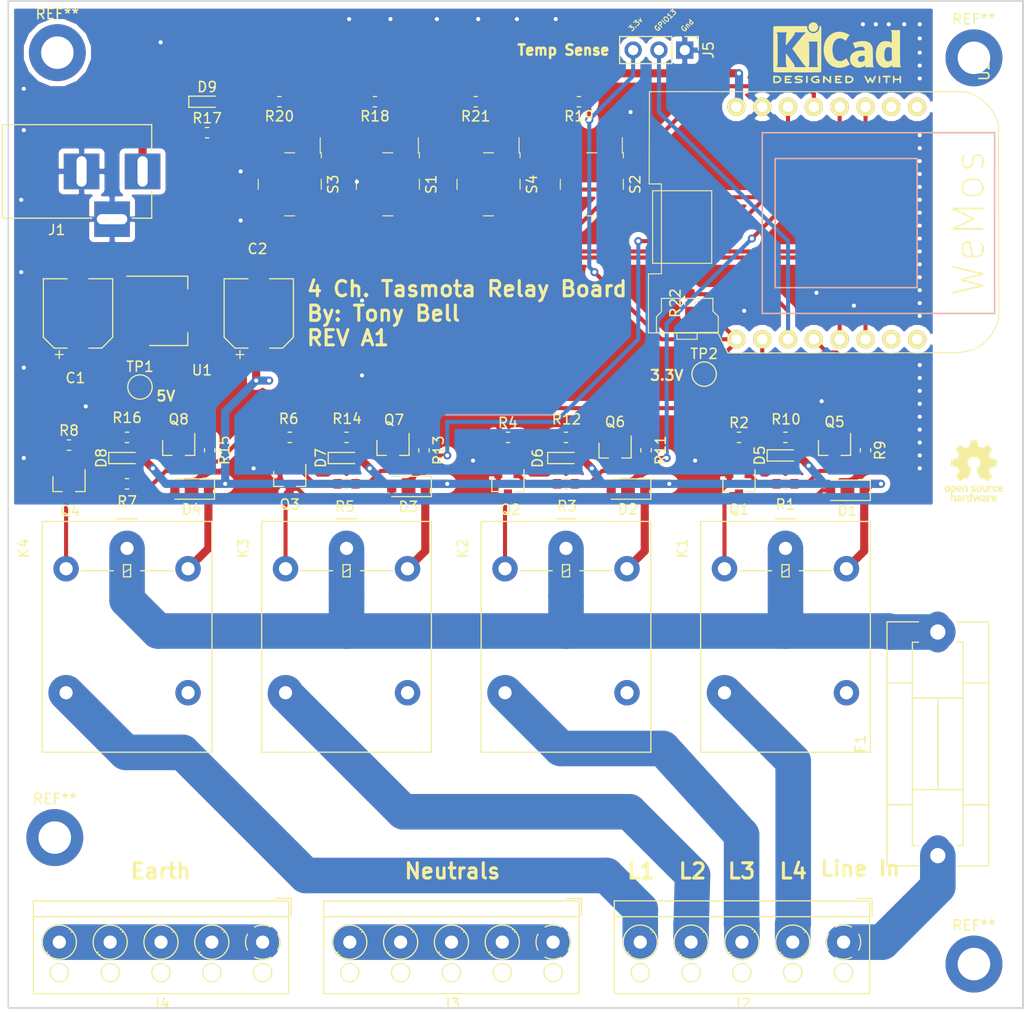
<source format=kicad_pcb>
(kicad_pcb (version 20171130) (host pcbnew "(5.0.0)")
  (layers (0 F.Cu signal) (31 B.Cu signal) (34 B.Paste user) (35 F.Paste user) (36 B.SilkS user) (37 F.SilkS user) (38 B.Mask user) (39 F.Mask user) (44 Edge.Cuts user))
  (net 0 "")
  (net 1 +5V)
  (net 2 GND)
  (net 3 "Net-(D1-Pad2)")
  (net 4 "Net-(Q1-Pad1)")
  (net 5 "Net-(D2-Pad2)")
  (net 6 "Net-(D3-Pad2)")
  (net 7 "Net-(D4-Pad2)")
  (net 8 "Net-(Q2-Pad1)")
  (net 9 "Net-(Q3-Pad1)")
  (net 10 "Net-(Q4-Pad1)")
  (net 11 Relay1)
  (net 12 Relay2)
  (net 13 Relay3)
  (net 14 Relay4)
  (net 15 L1)
  (net 16 LineIN)
  (net 17 L2)
  (net 18 L3)
  (net 19 L4)
  (net 20 Neutral)
  (net 21 Earth)
  (net 22 "Net-(K1-Pad4)")
  (net 23 "Net-(K2-Pad4)")
  (net 24 "Net-(K3-Pad4)")
  (net 25 "Net-(K4-Pad4)")
  (net 26 "Net-(U2-Pad8)")
  (net 27 "Net-(U2-Pad7)")
  (net 28 "Net-(U2-Pad10)")
  (net 29 "Net-(U2-Pad9)")
  (net 30 AC)
  (net 31 "Net-(Q8-Pad1)")
  (net 32 "Net-(D7-Pad1)")
  (net 33 "Net-(Q7-Pad3)")
  (net 34 "Net-(Q8-Pad3)")
  (net 35 "Net-(D8-Pad1)")
  (net 36 "Net-(Q5-Pad1)")
  (net 37 "Net-(Q5-Pad3)")
  (net 38 "Net-(D5-Pad1)")
  (net 39 "Net-(Q6-Pad1)")
  (net 40 "Net-(Q6-Pad3)")
  (net 41 "Net-(D6-Pad1)")
  (net 42 "Net-(Q7-Pad1)")
  (net 43 "Net-(D9-Pad2)")
  (net 44 /DC_IN)
  (net 45 "Net-(R19-Pad2)")
  (net 46 SW2)
  (net 47 SW0)
  (net 48 "Net-(R18-Pad2)")
  (net 49 "Net-(R21-Pad2)")
  (net 50 SW16)
  (net 51 SW14)
  (net 52 "Net-(R20-Pad2)")
  (net 53 +3V3)
  (net 54 OneWire)
  (module Resistor_SMD:R_0603_1608Metric_Pad1.05x0.95mm_HandSolder (layer F.Cu) (at 127 42.418 180)
    (fp_text reference R21 (at 0 -1.43 180) (layer F.SilkS))
    (fp_text value 1K)
    (pad 2 smd roundrect (at 0.875 0 180) (size 1.05 0.95) (layers F.Cu F.Paste F.Mask) (net 49 "Net-(R21-Pad2)"))
    (pad 1 smd roundrect (at -0.875 0 180) (size 1.05 0.95) (layers F.Cu F.Paste F.Mask) (net 53 +3V3))
  )
  (module Resistor_SMD:R_0603_1608Metric_Pad1.05x0.95mm_HandSolder (layer F.Cu) (at 107.696 42.418 180)
    (fp_text reference R20 (at 0 -1.43 180) (layer F.SilkS))
    (fp_text value 1K)
    (pad 1 smd roundrect (at -0.875 0 180) (size 1.05 0.95) (layers F.Cu F.Paste F.Mask) (net 53 +3V3))
    (pad 2 smd roundrect (at 0.875 0 180) (size 1.05 0.95) (layers F.Cu F.Paste F.Mask) (net 52 "Net-(R20-Pad2)"))
  )
  (module Resistor_SMD:R_0603_1608Metric_Pad1.05x0.95mm_HandSolder (layer F.Cu) (at 137.16 42.418 180)
    (fp_text reference R19 (at 0 -1.43 180) (layer F.SilkS))
    (fp_text value 1K)
    (pad 2 smd roundrect (at 0.875 0 180) (size 1.05 0.95) (layers F.Cu F.Paste F.Mask) (net 45 "Net-(R19-Pad2)"))
    (pad 1 smd roundrect (at -0.875 0 180) (size 1.05 0.95) (layers F.Cu F.Paste F.Mask) (net 53 +3V3))
  )
  (module Resistor_SMD:R_0603_1608Metric_Pad1.05x0.95mm_HandSolder (layer F.Cu) (at 117.094 42.418 180)
    (fp_text reference R18 (at 0 -1.43 180) (layer F.SilkS))
    (fp_text value 1K)
    (pad 1 smd roundrect (at -0.875 0 180) (size 1.05 0.95) (layers F.Cu F.Paste F.Mask) (net 53 +3V3))
    (pad 2 smd roundrect (at 0.875 0 180) (size 1.05 0.95) (layers F.Cu F.Paste F.Mask) (net 48 "Net-(R18-Pad2)"))
  )
  (module Resistor_SMD:R_0603_1608Metric_Pad1.05x0.95mm_HandSolder (layer F.Cu) (at 100.584 45.466)
    (fp_text reference R17 (at 0 -1.43) (layer F.SilkS))
    (fp_text value 1K)
    (pad 2 smd roundrect (at 0.875 0) (size 1.05 0.95) (layers F.Cu F.Paste F.Mask) (net 43 "Net-(D9-Pad2)"))
    (pad 1 smd roundrect (at -0.875 0) (size 1.05 0.95) (layers F.Cu F.Paste F.Mask) (net 1 +5V))
  )
  (module Resistor_SMD:R_0603_1608Metric_Pad1.05x0.95mm_HandSolder (layer F.Cu) (at 100.838 76.708 270)
    (fp_text reference R15 (at 0 -1.43 270) (layer F.SilkS))
    (fp_text value 1K)
    (pad 1 smd roundrect (at -0.875 0 270) (size 1.05 0.95) (layers F.Cu F.Paste F.Mask) (net 31 "Net-(Q8-Pad1)"))
    (pad 2 smd roundrect (at 0.875 0 270) (size 1.05 0.95) (layers F.Cu F.Paste F.Mask) (net 14 Relay4))
  )
  (module Resistor_SMD:R_0603_1608Metric_Pad1.05x0.95mm_HandSolder (layer F.Cu) (at 114.3 75.438 180)
    (fp_text reference R14 (at -0.0508 1.8288 180) (layer F.SilkS))
    (fp_text value 1K)
    (pad 2 smd roundrect (at 0.875 0 180) (size 1.05 0.95) (layers F.Cu F.Paste F.Mask) (net 32 "Net-(D7-Pad1)"))
    (pad 1 smd roundrect (at -0.875 0 180) (size 1.05 0.95) (layers F.Cu F.Paste F.Mask) (net 33 "Net-(Q7-Pad3)"))
  )
  (module Resistor_SMD:R_0603_1608Metric_Pad1.05x0.95mm_HandSolder (layer F.Cu) (at 92.71 80.01)
    (fp_text reference R7 (at 0 1.7272) (layer F.SilkS))
    (fp_text value 1K)
    (pad 1 smd roundrect (at -0.875 0) (size 1.05 0.95) (layers F.Cu F.Paste F.Mask) (net 10 "Net-(Q4-Pad1)"))
    (pad 2 smd roundrect (at 0.875 0) (size 1.05 0.95) (layers F.Cu F.Paste F.Mask) (net 14 Relay4))
  )
  (module Resistor_SMD:R_0603_1608Metric_Pad1.05x0.95mm_HandSolder (layer F.Cu) (at 114.3 80.01)
    (fp_text reference R5 (at -0.1524 2.2352) (layer F.SilkS))
    (fp_text value 1K)
    (pad 2 smd roundrect (at 0.875 0) (size 1.05 0.95) (layers F.Cu F.Paste F.Mask) (net 13 Relay3))
    (pad 1 smd roundrect (at -0.875 0) (size 1.05 0.95) (layers F.Cu F.Paste F.Mask) (net 9 "Net-(Q3-Pad1)"))
  )
  (module Resistor_SMD:R_0603_1608Metric_Pad1.05x0.95mm_HandSolder (layer F.Cu) (at 148.082 62.23 90)
    (fp_text reference R22 (at 0 -1.43 90) (layer F.SilkS))
    (fp_text value 4.7K)
    (pad 1 smd roundrect (at -0.875 0 90) (size 1.05 0.95) (layers F.Cu F.Paste F.Mask) (net 53 +3V3))
    (pad 2 smd roundrect (at 0.875 0 90) (size 1.05 0.95) (layers F.Cu F.Paste F.Mask) (net 54 OneWire))
  )
  (module Resistor_SMD:R_0603_1608Metric_Pad1.05x0.95mm_HandSolder (layer F.Cu) (at 108.712 75.438)
    (fp_text reference R6 (at -0.1016 -1.8288) (layer F.SilkS))
    (fp_text value 10K)
    (pad 2 smd roundrect (at 0.875 0) (size 1.05 0.95) (layers F.Cu F.Paste F.Mask) (net 9 "Net-(Q3-Pad1)"))
    (pad 1 smd roundrect (at -0.875 0) (size 1.05 0.95) (layers F.Cu F.Paste F.Mask) (net 2 GND))
  )
  (module Resistor_SMD:R_0603_1608Metric_Pad1.05x0.95mm_HandSolder (layer F.Cu) (at 92.71 75.438 180)
    (fp_text reference R16 (at 0 1.9304 180) (layer F.SilkS))
    (fp_text value 1K)
    (pad 1 smd roundrect (at -0.875 0 180) (size 1.05 0.95) (layers F.Cu F.Paste F.Mask) (net 34 "Net-(Q8-Pad3)"))
    (pad 2 smd roundrect (at 0.875 0 180) (size 1.05 0.95) (layers F.Cu F.Paste F.Mask) (net 35 "Net-(D8-Pad1)"))
  )
  (module Resistor_SMD:R_0603_1608Metric_Pad1.05x0.95mm_HandSolder (layer F.Cu) (at 152.908 75.438)
    (fp_text reference R2 (at 0 -1.43) (layer F.SilkS))
    (fp_text value 10K)
    (pad 2 smd roundrect (at 0.875 0) (size 1.05 0.95) (layers F.Cu F.Paste F.Mask) (net 4 "Net-(Q1-Pad1)"))
    (pad 1 smd roundrect (at -0.875 0) (size 1.05 0.95) (layers F.Cu F.Paste F.Mask) (net 2 GND))
  )
  (module Resistor_SMD:R_0603_1608Metric_Pad1.05x0.95mm_HandSolder (layer F.Cu) (at 157.48 80.01)
    (fp_text reference R1 (at 0 2.032) (layer F.SilkS))
    (fp_text value 1K)
    (pad 1 smd roundrect (at -0.875 0) (size 1.05 0.95) (layers F.Cu F.Paste F.Mask) (net 4 "Net-(Q1-Pad1)"))
    (pad 2 smd roundrect (at 0.875 0) (size 1.05 0.95) (layers F.Cu F.Paste F.Mask) (net 11 Relay1))
  )
  (module Resistor_SMD:R_0603_1608Metric_Pad1.05x0.95mm_HandSolder (layer F.Cu) (at 86.995 76.2)
    (fp_text reference R8 (at 0 -1.43) (layer F.SilkS))
    (fp_text value 10K)
    (pad 2 smd roundrect (at 0.875 0) (size 1.05 0.95) (layers F.Cu F.Paste F.Mask) (net 10 "Net-(Q4-Pad1)"))
    (pad 1 smd roundrect (at -0.875 0) (size 1.05 0.95) (layers F.Cu F.Paste F.Mask) (net 2 GND))
  )
  (module Resistor_SMD:R_0603_1608Metric_Pad1.05x0.95mm_HandSolder (layer F.Cu) (at 165.354 76.708 270)
    (fp_text reference R9 (at 0 -1.43 270) (layer F.SilkS))
    (fp_text value 1K)
    (pad 1 smd roundrect (at -0.875 0 270) (size 1.05 0.95) (layers F.Cu F.Paste F.Mask) (net 36 "Net-(Q5-Pad1)"))
    (pad 2 smd roundrect (at 0.875 0 270) (size 1.05 0.95) (layers F.Cu F.Paste F.Mask) (net 11 Relay1))
  )
  (module Resistor_SMD:R_0603_1608Metric_Pad1.05x0.95mm_HandSolder (layer F.Cu) (at 157.48 75.438 180)
    (fp_text reference R10 (at -0.0508 1.778 180) (layer F.SilkS))
    (fp_text value 1K)
    (pad 2 smd roundrect (at 0.875 0 180) (size 1.05 0.95) (layers F.Cu F.Paste F.Mask) (net 38 "Net-(D5-Pad1)"))
    (pad 1 smd roundrect (at -0.875 0 180) (size 1.05 0.95) (layers F.Cu F.Paste F.Mask) (net 37 "Net-(Q5-Pad3)"))
  )
  (module Resistor_SMD:R_0603_1608Metric_Pad1.05x0.95mm_HandSolder (layer F.Cu) (at 143.764 76.708 270)
    (fp_text reference R11 (at 0 -1.43 270) (layer F.SilkS))
    (fp_text value 1K)
    (pad 1 smd roundrect (at -0.875 0 270) (size 1.05 0.95) (layers F.Cu F.Paste F.Mask) (net 39 "Net-(Q6-Pad1)"))
    (pad 2 smd roundrect (at 0.875 0 270) (size 1.05 0.95) (layers F.Cu F.Paste F.Mask) (net 12 Relay2))
  )
  (module Resistor_SMD:R_0603_1608Metric_Pad1.05x0.95mm_HandSolder (layer F.Cu) (at 135.89 75.438 180)
    (fp_text reference R12 (at -0.0508 1.778 180) (layer F.SilkS))
    (fp_text value 1K)
    (pad 2 smd roundrect (at 0.875 0 180) (size 1.05 0.95) (layers F.Cu F.Paste F.Mask) (net 41 "Net-(D6-Pad1)"))
    (pad 1 smd roundrect (at -0.875 0 180) (size 1.05 0.95) (layers F.Cu F.Paste F.Mask) (net 40 "Net-(Q6-Pad3)"))
  )
  (module Resistor_SMD:R_0603_1608Metric_Pad1.05x0.95mm_HandSolder (layer F.Cu) (at 135.89 80.01)
    (fp_text reference R3 (at 0.1016 2.1844) (layer F.SilkS))
    (fp_text value 1K)
    (pad 1 smd roundrect (at -0.875 0) (size 1.05 0.95) (layers F.Cu F.Paste F.Mask) (net 8 "Net-(Q2-Pad1)"))
    (pad 2 smd roundrect (at 0.875 0) (size 1.05 0.95) (layers F.Cu F.Paste F.Mask) (net 12 Relay2))
  )
  (module Resistor_SMD:R_0603_1608Metric_Pad1.05x0.95mm_HandSolder (layer F.Cu) (at 130.175 75.438)
    (fp_text reference R4 (at 0 -1.43) (layer F.SilkS))
    (fp_text value 10K)
    (pad 2 smd roundrect (at 0.875 0) (size 1.05 0.95) (layers F.Cu F.Paste F.Mask) (net 8 "Net-(Q2-Pad1)"))
    (pad 1 smd roundrect (at -0.875 0) (size 1.05 0.95) (layers F.Cu F.Paste F.Mask) (net 2 GND))
  )
  (module Resistor_SMD:R_0603_1608Metric_Pad1.05x0.95mm_HandSolder (layer F.Cu) (at 121.92 76.708 270)
    (fp_text reference R13 (at 0 -1.43 270) (layer F.SilkS))
    (fp_text value 1K)
    (pad 1 smd roundrect (at -0.875 0 270) (size 1.05 0.95) (layers F.Cu F.Paste F.Mask) (net 42 "Net-(Q7-Pad1)"))
    (pad 2 smd roundrect (at 0.875 0 270) (size 1.05 0.95) (layers F.Cu F.Paste F.Mask) (net 13 Relay3))
  )
  (module Connector_PinHeader_2.54mm:PinHeader_1x03_P2.54mm_Vertical (layer F.Cu) (at 147.574 37.338 270)
    (fp_text reference J5 (at 0 -2.33 270) (layer F.SilkS))
    (fp_text value Conn_01x03_Male)
    (pad 1 thru_hole rect (at 0 0 270) (size 1.7 1.7) (drill 1) (layers *.Cu *.Mask) (net 2 GND))
    (pad 2 thru_hole oval (at 0 2.54 270) (size 1.7 1.7) (drill 1) (layers *.Cu *.Mask) (net 54 OneWire))
    (pad 3 thru_hole oval (at 0 5.08 270) (size 1.7 1.7) (drill 1) (layers *.Cu *.Mask) (net 53 +3V3))
  )
  (module TestPoint:TestPoint_Pad_D2.0mm (layer F.Cu) (at 93.98 70.485)
    (fp_text reference TP1 (at 0 -1.998) (layer F.SilkS))
    (fp_text value 5V)
    (pad 1 smd circle (at 0 0) (size 2 2) (layers F.Cu F.Mask) (net 1 +5V))
  )
  (module TestPoint:TestPoint_Pad_D2.0mm (layer F.Cu) (at 149.479 69.215)
    (fp_text reference TP2 (at 0 -1.998) (layer F.SilkS))
    (fp_text value 3.3V)
    (pad 1 smd circle (at 0 0) (size 2 2) (layers F.Cu F.Mask) (net 53 +3V3))
  )
  (module digikey-footprints:Switch_Tactile_SMD_6x6mm_PTS645 (layer F.Cu) (at 118.364 50.546 270)
    (fp_text reference S1 (at 0 -4.27 270) (layer F.SilkS))
    (fp_text value PTS645SM43SMTR92_LFS)
    (pad 4 smd rect (at 3.975 2.25 270) (size 1.55 1.3) (layers F.Cu F.Paste F.Mask) (net 47 SW0))
    (pad 3 smd rect (at -3.975 2.25 270) (size 1.55 1.3) (layers F.Cu F.Paste F.Mask) (net 48 "Net-(R18-Pad2)"))
    (pad 2 smd rect (at 3.975 -2.25 270) (size 1.55 1.3) (layers F.Cu F.Paste F.Mask) (net 2 GND))
    (pad 1 smd rect (at -3.975 -2.25 270) (size 1.55 1.3) (layers F.Cu F.Paste F.Mask) (net 2 GND))
  )
  (module Diodes_SMD:D_SOD-123 (layer F.Cu) (at 163.576 80.645 180)
    (fp_text reference D1 (at 0 -2 180) (layer F.SilkS))
    (fp_text value 1N4148)
    (pad 1 smd rect (at -1.65 0 180) (size 0.9 1.2) (layers F.Cu F.Paste F.Mask) (net 1 +5V))
    (pad 2 smd rect (at 1.65 0 180) (size 0.9 1.2) (layers F.Cu F.Paste F.Mask) (net 3 "Net-(D1-Pad2)"))
  )
  (module Diodes_SMD:D_SOD-123 (layer F.Cu) (at 141.986 80.518 180)
    (fp_text reference D2 (at 0 -2 180) (layer F.SilkS))
    (fp_text value 1N4148)
    (pad 2 smd rect (at 1.65 0 180) (size 0.9 1.2) (layers F.Cu F.Paste F.Mask) (net 5 "Net-(D2-Pad2)"))
    (pad 1 smd rect (at -1.65 0 180) (size 0.9 1.2) (layers F.Cu F.Paste F.Mask) (net 1 +5V))
  )
  (module Diodes_SMD:D_SOD-123 (layer F.Cu) (at 120.396 80.264 180)
    (fp_text reference D3 (at 0 -2 180) (layer F.SilkS))
    (fp_text value 1N4148)
    (pad 1 smd rect (at -1.65 0 180) (size 0.9 1.2) (layers F.Cu F.Paste F.Mask) (net 1 +5V))
    (pad 2 smd rect (at 1.65 0 180) (size 0.9 1.2) (layers F.Cu F.Paste F.Mask) (net 6 "Net-(D3-Pad2)"))
  )
  (module Diodes_SMD:D_SOD-123 (layer F.Cu) (at 99.06 80.518 180)
    (fp_text reference D4 (at 0 -2 180) (layer F.SilkS))
    (fp_text value 1N4148)
    (pad 2 smd rect (at 1.65 0 180) (size 0.9 1.2) (layers F.Cu F.Paste F.Mask) (net 7 "Net-(D4-Pad2)"))
    (pad 1 smd rect (at -1.65 0 180) (size 0.9 1.2) (layers F.Cu F.Paste F.Mask) (net 1 +5V))
  )
  (module My_Component_Footprints:Wemos_D1_mini_board (layer F.Cu) (at 160.274 54.356 270)
    (fp_text reference U2 (at -14.986 -16.764 270) (layer F.SilkS))
    (fp_text value WeMos_mini)
    (fp_text user WeMos (at 0 -15.24 270) (layer F.SilkS) (effects (font (size 3 3))))
    (pad 8 thru_hole circle (at -11.43 -10.16 270) (size 1.8 1.8) (drill 1.016) (layers *.Cu *.Mask F.SilkS) (net 26 "Net-(U2-Pad8)"))
    (pad 7 thru_hole circle (at -11.43 -7.62 270) (size 1.8 1.8) (drill 1.016) (layers *.Cu *.Mask F.SilkS) (net 27 "Net-(U2-Pad7)"))
    (pad 6 thru_hole circle (at -11.43 -5.08 270) (size 1.8 1.8) (drill 1.016) (layers *.Cu *.Mask F.SilkS) (net 12 Relay2))
    (pad 5 thru_hole circle (at -11.43 -2.54 270) (size 1.8 1.8) (drill 1.016) (layers *.Cu *.Mask F.SilkS) (net 13 Relay3))
    (pad 4 thru_hole circle (at -11.43 0 270) (size 1.8 1.8) (drill 1.016) (layers *.Cu *.Mask F.SilkS) (net 47 SW0))
    (pad 3 thru_hole circle (at -11.43 2.54 270) (size 1.8 1.8) (drill 1.016) (layers *.Cu *.Mask F.SilkS) (net 46 SW2))
    (pad 2 thru_hole circle (at -11.43 5.08 270) (size 1.8 1.8) (drill 1.016) (layers *.Cu *.Mask F.SilkS) (net 2 GND))
    (pad 1 thru_hole circle (at -11.43 7.62 270) (size 1.8 1.8) (drill 1.016) (layers *.Cu *.Mask F.SilkS) (net 1 +5V))
    (pad 16 thru_hole circle (at 11.43 7.62 270) (size 1.8 1.8) (drill 1.016) (layers *.Cu *.Mask F.SilkS) (net 53 +3V3))
    (pad 15 thru_hole circle (at 11.43 5.08 270) (size 1.8 1.8) (drill 1.016) (layers *.Cu *.Mask F.SilkS) (net 14 Relay4))
    (pad 14 thru_hole circle (at 11.43 2.54 270) (size 1.8 1.8) (drill 1.016) (layers *.Cu *.Mask F.SilkS) (net 54 OneWire))
    (pad 13 thru_hole circle (at 11.43 0 270) (size 1.8 1.8) (drill 1.016) (layers *.Cu *.Mask F.SilkS) (net 11 Relay1))
    (pad 12 thru_hole circle (at 11.43 -2.54 270) (size 1.8 1.8) (drill 1.016) (layers *.Cu *.Mask F.SilkS) (net 51 SW14))
    (pad 11 thru_hole circle (at 11.43 -5.08 270) (size 1.8 1.8) (drill 1.016) (layers *.Cu *.Mask F.SilkS) (net 50 SW16))
    (pad 10 thru_hole circle (at 11.43 -7.62 270) (size 1.8 1.8) (drill 1.016) (layers *.Cu *.Mask F.SilkS) (net 28 "Net-(U2-Pad10)"))
    (pad 9 thru_hole circle (at 11.43 -10.16 270) (size 1.8 1.8) (drill 1.016) (layers *.Cu *.Mask F.SilkS) (net 29 "Net-(U2-Pad9)"))
  )
  (module digikey-footprints:Switch_Tactile_SMD_6x6mm_PTS645 (layer F.Cu) (at 108.712 50.546 270)
    (fp_text reference S3 (at 0 -4.27 270) (layer F.SilkS))
    (fp_text value PTS645SM43SMTR92_LFS)
    (pad 4 smd rect (at 3.975 2.25 270) (size 1.55 1.3) (layers F.Cu F.Paste F.Mask) (net 51 SW14))
    (pad 3 smd rect (at -3.975 2.25 270) (size 1.55 1.3) (layers F.Cu F.Paste F.Mask) (net 52 "Net-(R20-Pad2)"))
    (pad 2 smd rect (at 3.975 -2.25 270) (size 1.55 1.3) (layers F.Cu F.Paste F.Mask) (net 2 GND))
    (pad 1 smd rect (at -3.975 -2.25 270) (size 1.55 1.3) (layers F.Cu F.Paste F.Mask) (net 2 GND))
  )
  (module digikey-footprints:Switch_Tactile_SMD_6x6mm_PTS645 (layer F.Cu) (at 128.27 50.546 270)
    (fp_text reference S4 (at 0 -4.27 270) (layer F.SilkS))
    (fp_text value PTS645SM43SMTR92_LFS)
    (pad 1 smd rect (at -3.975 -2.25 270) (size 1.55 1.3) (layers F.Cu F.Paste F.Mask) (net 2 GND))
    (pad 2 smd rect (at 3.975 -2.25 270) (size 1.55 1.3) (layers F.Cu F.Paste F.Mask) (net 2 GND))
    (pad 3 smd rect (at -3.975 2.25 270) (size 1.55 1.3) (layers F.Cu F.Paste F.Mask) (net 49 "Net-(R21-Pad2)"))
    (pad 4 smd rect (at 3.975 2.25 270) (size 1.55 1.3) (layers F.Cu F.Paste F.Mask) (net 50 SW16))
  )
  (module digikey-footprints:Switch_Tactile_SMD_6x6mm_PTS645 (layer F.Cu) (at 138.43 50.546 270)
    (fp_text reference S2 (at 0 -4.27 270) (layer F.SilkS))
    (fp_text value PTS645SM43SMTR92_LFS)
    (pad 1 smd rect (at -3.975 -2.25 270) (size 1.55 1.3) (layers F.Cu F.Paste F.Mask) (net 2 GND))
    (pad 2 smd rect (at 3.975 -2.25 270) (size 1.55 1.3) (layers F.Cu F.Paste F.Mask) (net 2 GND))
    (pad 3 smd rect (at -3.975 2.25 270) (size 1.55 1.3) (layers F.Cu F.Paste F.Mask) (net 45 "Net-(R19-Pad2)"))
    (pad 4 smd rect (at 3.975 2.25 270) (size 1.55 1.3) (layers F.Cu F.Paste F.Mask) (net 46 SW2))
  )
  (module LEDs:LED_0603_HandSoldering (layer F.Cu) (at 157.48 77.216)
    (fp_text reference D5 (at -2.54 0 90) (layer F.SilkS))
    (fp_text value LED)
    (pad 2 smd rect (at 1.1 0) (size 1.2 0.9) (layers F.Cu F.Paste F.Mask) (net 1 +5V))
    (pad 1 smd rect (at -1.1 0) (size 1.2 0.9) (layers F.Cu F.Paste F.Mask) (net 38 "Net-(D5-Pad1)"))
  )
  (module LEDs:LED_0603_HandSoldering (layer F.Cu) (at 135.89 77.47)
    (fp_text reference D6 (at -2.794 0 90) (layer F.SilkS))
    (fp_text value LED)
    (pad 1 smd rect (at -1.1 0) (size 1.2 0.9) (layers F.Cu F.Paste F.Mask) (net 41 "Net-(D6-Pad1)"))
    (pad 2 smd rect (at 1.1 0) (size 1.2 0.9) (layers F.Cu F.Paste F.Mask) (net 1 +5V))
  )
  (module LEDs:LED_0603_HandSoldering (layer F.Cu) (at 114.3 77.47)
    (fp_text reference D7 (at -2.54 0 90) (layer F.SilkS))
    (fp_text value LED)
    (pad 2 smd rect (at 1.1 0) (size 1.2 0.9) (layers F.Cu F.Paste F.Mask) (net 1 +5V))
    (pad 1 smd rect (at -1.1 0) (size 1.2 0.9) (layers F.Cu F.Paste F.Mask) (net 32 "Net-(D7-Pad1)"))
  )
  (module LEDs:LED_0603_HandSoldering (layer F.Cu) (at 92.71 77.47)
    (fp_text reference D8 (at -2.54 0 90) (layer F.SilkS))
    (fp_text value LED)
    (pad 1 smd rect (at -1.1 0) (size 1.2 0.9) (layers F.Cu F.Paste F.Mask) (net 35 "Net-(D8-Pad1)"))
    (pad 2 smd rect (at 1.1 0) (size 1.2 0.9) (layers F.Cu F.Paste F.Mask) (net 1 +5V))
  )
  (module LEDs:LED_0603_HandSoldering (layer F.Cu) (at 100.584 42.418)
    (fp_text reference D9 (at 0 -1.45) (layer F.SilkS))
    (fp_text value LED)
    (pad 2 smd rect (at 1.1 0) (size 1.2 0.9) (layers F.Cu F.Paste F.Mask) (net 43 "Net-(D9-Pad2)"))
    (pad 1 smd rect (at -1.1 0) (size 1.2 0.9) (layers F.Cu F.Paste F.Mask) (net 2 GND))
  )
  (module Fuse_Holders_and_Fuses:Fuseholder5x20_horiz_SemiClosed_Casing10x25mm (layer F.Cu) (at 172.466 116.586 90)
    (fp_text reference F1 (at 11 -7.62 90) (layer F.SilkS))
    (fp_text value "Fuse 5A")
    (pad 2 thru_hole oval (at 22 0) (size 2.5 4) (drill 1.5) (layers *.Cu *.Mask) (net 16 LineIN))
    (pad 1 thru_hole oval (at 0 0) (size 2.5 4) (drill 1.5) (layers *.Cu *.Mask) (net 30 AC))
  )
  (module Connectors:BARREL_JACK (layer F.Cu) (at 94.234 49.276)
    (fp_text reference J1 (at -8.45 5.75 -180) (layer F.SilkS))
    (fp_text value Barrel_Jack_Switch)
    (pad 3 thru_hole rect (at -3 4.7) (size 3.5 3.5) (drill oval 3 1) (layers *.Cu *.Mask) (net 2 GND))
    (pad 2 thru_hole rect (at -6 0) (size 3.5 3.5) (drill oval 1 3) (layers *.Cu *.Mask) (net 2 GND))
    (pad 1 thru_hole rect (at 0 0) (size 3.5 3.5) (drill oval 1 3) (layers *.Cu *.Mask) (net 44 /DC_IN))
  )
  (module Package_TO_SOT_SMD:SOT-23 (layer F.Cu) (at 118.872 76.454 270)
    (fp_text reference Q7 (at -2.7432 -0.1016) (layer F.SilkS))
    (fp_text value 2N7002)
    (pad 3 smd rect (at 1 0 270) (size 0.9 0.8) (layers F.Cu F.Paste F.Mask) (net 33 "Net-(Q7-Pad3)"))
    (pad 2 smd rect (at -1 0.95 270) (size 0.9 0.8) (layers F.Cu F.Paste F.Mask) (net 2 GND))
    (pad 1 smd rect (at -1 -0.95 270) (size 0.9 0.8) (layers F.Cu F.Paste F.Mask) (net 42 "Net-(Q7-Pad1)"))
  )
  (module Package_TO_SOT_SMD:SOT-23 (layer F.Cu) (at 162.306 76.454 270)
    (fp_text reference Q5 (at -2.54 0 180) (layer F.SilkS))
    (fp_text value 2N7002)
    (pad 1 smd rect (at -1 -0.95 270) (size 0.9 0.8) (layers F.Cu F.Paste F.Mask) (net 36 "Net-(Q5-Pad1)"))
    (pad 2 smd rect (at -1 0.95 270) (size 0.9 0.8) (layers F.Cu F.Paste F.Mask) (net 2 GND))
    (pad 3 smd rect (at 1 0 270) (size 0.9 0.8) (layers F.Cu F.Paste F.Mask) (net 37 "Net-(Q5-Pad3)"))
  )
  (module Package_TO_SOT_SMD:SOT-23 (layer F.Cu) (at 140.716 76.708 270)
    (fp_text reference Q6 (at -2.794 0) (layer F.SilkS))
    (fp_text value 2N7002)
    (pad 3 smd rect (at 1 0 270) (size 0.9 0.8) (layers F.Cu F.Paste F.Mask) (net 40 "Net-(Q6-Pad3)"))
    (pad 2 smd rect (at -1 0.95 270) (size 0.9 0.8) (layers F.Cu F.Paste F.Mask) (net 2 GND))
    (pad 1 smd rect (at -1 -0.95 270) (size 0.9 0.8) (layers F.Cu F.Paste F.Mask) (net 39 "Net-(Q6-Pad1)"))
  )
  (module Package_TO_SOT_SMD:SOT-23 (layer F.Cu) (at 97.79 76.454 270)
    (fp_text reference Q8 (at -2.794 0) (layer F.SilkS))
    (fp_text value 2N7002)
    (pad 1 smd rect (at -1 -0.95 270) (size 0.9 0.8) (layers F.Cu F.Paste F.Mask) (net 31 "Net-(Q8-Pad1)"))
    (pad 2 smd rect (at -1 0.95 270) (size 0.9 0.8) (layers F.Cu F.Paste F.Mask) (net 2 GND))
    (pad 3 smd rect (at 1 0 270) (size 0.9 0.8) (layers F.Cu F.Paste F.Mask) (net 34 "Net-(Q8-Pad3)"))
  )
  (module Capacitor_SMD:CP_Elec_6.3x9.9 (layer F.Cu) (at 105.664 63.246 90)
    (fp_text reference C2 (at 6.35 -0.127 180) (layer F.SilkS))
    (fp_text value 22uF)
    (pad 2 smd rect (at 2.8 0 90) (size 3.5 1.6) (layers F.Cu F.Paste F.Mask) (net 2 GND))
    (pad 1 smd rect (at -2.8 0 90) (size 3.5 1.6) (layers F.Cu F.Paste F.Mask) (net 1 +5V))
  )
  (module Capacitor_SMD:CP_Elec_6.3x9.9 (layer F.Cu) (at 87.884 63.246 90)
    (fp_text reference C1 (at -6.35 -0.254 180) (layer F.SilkS))
    (fp_text value 10uF)
    (pad 1 smd rect (at -2.8 0 90) (size 3.5 1.6) (layers F.Cu F.Paste F.Mask) (net 44 /DC_IN))
    (pad 2 smd rect (at 2.8 0 90) (size 3.5 1.6) (layers F.Cu F.Paste F.Mask) (net 2 GND))
  )
  (module Package_TO_SOT_SMD:SOT-23 (layer F.Cu) (at 152.908 80.01 270)
    (fp_text reference Q1 (at 2.54 0) (layer F.SilkS))
    (fp_text value 2N7002)
    (pad 1 smd rect (at -1 -0.95 270) (size 0.9 0.8) (layers F.Cu F.Paste F.Mask) (net 4 "Net-(Q1-Pad1)"))
    (pad 2 smd rect (at -1 0.95 270) (size 0.9 0.8) (layers F.Cu F.Paste F.Mask) (net 2 GND))
    (pad 3 smd rect (at 1 0 270) (size 0.9 0.8) (layers F.Cu F.Paste F.Mask) (net 3 "Net-(D1-Pad2)"))
  )
  (module Package_TO_SOT_SMD:SOT-223-3_TabPin2 (layer F.Cu) (at 96.774 62.992)
    (fp_text reference U1 (at 3.302 5.842) (layer F.SilkS))
    (fp_text value AP1117-15)
    (pad 2 smd rect (at 3.15 0) (size 2 3.8) (layers F.Cu F.Paste F.Mask) (net 1 +5V))
    (pad 2 smd rect (at -3.15 0) (size 2 1.5) (layers F.Cu F.Paste F.Mask) (net 1 +5V))
    (pad 3 smd rect (at -3.15 2.3) (size 2 1.5) (layers F.Cu F.Paste F.Mask) (net 44 /DC_IN))
    (pad 1 smd rect (at -3.15 -2.3) (size 2 1.5) (layers F.Cu F.Paste F.Mask) (net 2 GND))
  )
  (module Relay_THT:Relay_SPDT_Omron-G5LE-1 (layer F.Cu) (at 157.48 86.36)
    (fp_text reference K1 (at -10.16 0 90) (layer F.SilkS))
    (fp_text value G5LE-1)
    (pad 5 thru_hole oval (at 6 2) (size 2.5 2.5) (drill 1.3) (layers *.Cu *.Mask) (net 1 +5V))
    (pad 4 thru_hole oval (at 6 14.2) (size 2.5 2.5) (drill 1.3) (layers *.Cu *.Mask) (net 22 "Net-(K1-Pad4)"))
    (pad 3 thru_hole oval (at -6 14.2) (size 2.5 2.5) (drill 1.3) (layers *.Cu *.Mask) (net 15 L1))
    (pad 2 thru_hole oval (at -6 2) (size 2.5 2.5) (drill 1.3) (layers *.Cu *.Mask) (net 3 "Net-(D1-Pad2)"))
    (pad 1 thru_hole rect (at 0 0) (size 2.5 2.5) (drill 1.3) (layers *.Cu *.Mask) (net 16 LineIN))
  )
  (module Relay_THT:Relay_SPDT_Omron-G5LE-1 (layer F.Cu) (at 135.89 86.36)
    (fp_text reference K2 (at -10.16 0 90) (layer F.SilkS))
    (fp_text value G5LE-1)
    (pad 1 thru_hole rect (at 0 0) (size 2.5 2.5) (drill 1.3) (layers *.Cu *.Mask) (net 16 LineIN))
    (pad 2 thru_hole oval (at -6 2) (size 2.5 2.5) (drill 1.3) (layers *.Cu *.Mask) (net 5 "Net-(D2-Pad2)"))
    (pad 3 thru_hole oval (at -6 14.2) (size 2.5 2.5) (drill 1.3) (layers *.Cu *.Mask) (net 17 L2))
    (pad 4 thru_hole oval (at 6 14.2) (size 2.5 2.5) (drill 1.3) (layers *.Cu *.Mask) (net 23 "Net-(K2-Pad4)"))
    (pad 5 thru_hole oval (at 6 2) (size 2.5 2.5) (drill 1.3) (layers *.Cu *.Mask) (net 1 +5V))
  )
  (module Relay_THT:Relay_SPDT_Omron-G5LE-1 (layer F.Cu) (at 114.3 86.36)
    (fp_text reference K3 (at -10.16 0 90) (layer F.SilkS))
    (fp_text value G5LE-1)
    (pad 5 thru_hole oval (at 6 2) (size 2.5 2.5) (drill 1.3) (layers *.Cu *.Mask) (net 1 +5V))
    (pad 4 thru_hole oval (at 6 14.2) (size 2.5 2.5) (drill 1.3) (layers *.Cu *.Mask) (net 24 "Net-(K3-Pad4)"))
    (pad 3 thru_hole oval (at -6 14.2) (size 2.5 2.5) (drill 1.3) (layers *.Cu *.Mask) (net 18 L3))
    (pad 2 thru_hole oval (at -6 2) (size 2.5 2.5) (drill 1.3) (layers *.Cu *.Mask) (net 6 "Net-(D3-Pad2)"))
    (pad 1 thru_hole rect (at 0 0) (size 2.5 2.5) (drill 1.3) (layers *.Cu *.Mask) (net 16 LineIN))
  )
  (module Relay_THT:Relay_SPDT_Omron-G5LE-1 (layer F.Cu) (at 92.71 86.36)
    (fp_text reference K4 (at -10.16 0 90) (layer F.SilkS))
    (fp_text value G5LE-1)
    (pad 1 thru_hole rect (at 0 0) (size 2.5 2.5) (drill 1.3) (layers *.Cu *.Mask) (net 16 LineIN))
    (pad 2 thru_hole oval (at -6 2) (size 2.5 2.5) (drill 1.3) (layers *.Cu *.Mask) (net 7 "Net-(D4-Pad2)"))
    (pad 3 thru_hole oval (at -6 14.2) (size 2.5 2.5) (drill 1.3) (layers *.Cu *.Mask) (net 19 L4))
    (pad 4 thru_hole oval (at 6 14.2) (size 2.5 2.5) (drill 1.3) (layers *.Cu *.Mask) (net 25 "Net-(K4-Pad4)"))
    (pad 5 thru_hole oval (at 6 2) (size 2.5 2.5) (drill 1.3) (layers *.Cu *.Mask) (net 1 +5V))
  )
  (module Package_TO_SOT_SMD:SOT-23 (layer F.Cu) (at 130.175 80.01 270)
    (fp_text reference Q2 (at 2.54 -0.254) (layer F.SilkS))
    (fp_text value 2N7002)
    (pad 1 smd rect (at -1 -0.95 270) (size 0.9 0.8) (layers F.Cu F.Paste F.Mask) (net 8 "Net-(Q2-Pad1)"))
    (pad 2 smd rect (at -1 0.95 270) (size 0.9 0.8) (layers F.Cu F.Paste F.Mask) (net 2 GND))
    (pad 3 smd rect (at 1 0 270) (size 0.9 0.8) (layers F.Cu F.Paste F.Mask) (net 5 "Net-(D2-Pad2)"))
  )
  (module Package_TO_SOT_SMD:SOT-23 (layer F.Cu) (at 108.712 79.502 270)
    (fp_text reference Q3 (at 2.54 0) (layer F.SilkS))
    (fp_text value 2N7002)
    (pad 3 smd rect (at 1 0 270) (size 0.9 0.8) (layers F.Cu F.Paste F.Mask) (net 6 "Net-(D3-Pad2)"))
    (pad 2 smd rect (at -1 0.95 270) (size 0.9 0.8) (layers F.Cu F.Paste F.Mask) (net 2 GND))
    (pad 1 smd rect (at -1 -0.95 270) (size 0.9 0.8) (layers F.Cu F.Paste F.Mask) (net 9 "Net-(Q3-Pad1)"))
  )
  (module Package_TO_SOT_SMD:SOT-23 (layer F.Cu) (at 86.995 80.01 270)
    (fp_text reference Q4 (at 2.667 -0.127) (layer F.SilkS))
    (fp_text value 2N7002)
    (pad 1 smd rect (at -1 -0.95 270) (size 0.9 0.8) (layers F.Cu F.Paste F.Mask) (net 10 "Net-(Q4-Pad1)"))
    (pad 2 smd rect (at -1 0.95 270) (size 0.9 0.8) (layers F.Cu F.Paste F.Mask) (net 2 GND))
    (pad 3 smd rect (at 1 0 270) (size 0.9 0.8) (layers F.Cu F.Paste F.Mask) (net 7 "Net-(D4-Pad2)"))
  )
  (module TerminalBlock_RND:TerminalBlock_RND_205-00004_1x05_P5.00mm_Horizontal (layer F.Cu) (at 163.195 125.095 180)
    (fp_text reference J2 (at 10 -6.06 180) (layer F.SilkS))
    (fp_text value Live)
    (pad 1 thru_hole rect (at 0 0 180) (size 2.5 2.5) (drill 1.3) (layers *.Cu *.Mask) (net 30 AC))
    (pad 2 thru_hole circle (at 5 0 180) (size 2.5 2.5) (drill 1.3) (layers *.Cu *.Mask) (net 15 L1))
    (pad 3 thru_hole circle (at 10 0 180) (size 2.5 2.5) (drill 1.3) (layers *.Cu *.Mask) (net 17 L2))
    (pad 4 thru_hole circle (at 15 0 180) (size 2.5 2.5) (drill 1.3) (layers *.Cu *.Mask) (net 18 L3))
    (pad 5 thru_hole circle (at 20 0 180) (size 2.5 2.5) (drill 1.3) (layers *.Cu *.Mask) (net 19 L4))
  )
  (module TerminalBlock_RND:TerminalBlock_RND_205-00004_1x05_P5.00mm_Horizontal (layer F.Cu) (at 134.62 125.095 180)
    (fp_text reference J3 (at 10 -6.06 180) (layer F.SilkS))
    (fp_text value Neutrals)
    (pad 5 thru_hole circle (at 20 0 180) (size 2.5 2.5) (drill 1.3) (layers *.Cu *.Mask) (net 20 Neutral))
    (pad 4 thru_hole circle (at 15 0 180) (size 2.5 2.5) (drill 1.3) (layers *.Cu *.Mask) (net 20 Neutral))
    (pad 3 thru_hole circle (at 10 0 180) (size 2.5 2.5) (drill 1.3) (layers *.Cu *.Mask) (net 20 Neutral))
    (pad 2 thru_hole circle (at 5 0 180) (size 2.5 2.5) (drill 1.3) (layers *.Cu *.Mask) (net 20 Neutral))
    (pad 1 thru_hole rect (at 0 0 180) (size 2.5 2.5) (drill 1.3) (layers *.Cu *.Mask) (net 20 Neutral))
  )
  (module TerminalBlock_RND:TerminalBlock_RND_205-00004_1x05_P5.00mm_Horizontal (layer F.Cu) (at 106.045 125.095 180)
    (fp_text reference J4 (at 10 -6.06 180) (layer F.SilkS))
    (fp_text value Earths)
    (pad 1 thru_hole rect (at 0 0 180) (size 2.5 2.5) (drill 1.3) (layers *.Cu *.Mask) (net 21 Earth))
    (pad 2 thru_hole circle (at 5 0 180) (size 2.5 2.5) (drill 1.3) (layers *.Cu *.Mask) (net 21 Earth))
    (pad 3 thru_hole circle (at 10 0 180) (size 2.5 2.5) (drill 1.3) (layers *.Cu *.Mask) (net 21 Earth))
    (pad 4 thru_hole circle (at 15 0 180) (size 2.5 2.5) (drill 1.3) (layers *.Cu *.Mask) (net 21 Earth))
    (pad 5 thru_hole circle (at 20 0 180) (size 2.5 2.5) (drill 1.3) (layers *.Cu *.Mask) (net 21 Earth))
  )
  (module Symbol:OSHW-Logo_5.7x6mm_SilkScreen (layer F.Cu) (at 176.022 78.74)
    (fp_text reference REF** hide)
    (fp_text value OSHW-Logo_5.7x6mm_SilkScreen hide)
  )
  (module Symbol:KiCad-Logo2_6mm_SilkScreen (layer F.Cu) (at 162.56 37.592)
    (fp_text reference REF** hide)
    (fp_text value KiCad-Logo2_6mm_SilkScreen hide)
  )
  (module MountingHole:MountingHole_3.2mm_M3_DIN965_Pad (layer F.Cu) (at 85.852 37.592)
    (fp_text reference REF** (at 0 -3.8) (layer F.SilkS))
    (fp_text value MountingHole_3.2mm_M3_DIN965_Pad)
    (pad 1 thru_hole circle (at 0 0) (size 5.6 5.6) (drill 3.2) (layers *.Cu *.Mask))
  )
  (module MountingHole:MountingHole_3.2mm_M3_DIN965_Pad (layer F.Cu) (at 176.022 38.1)
    (fp_text reference REF** (at 0 -3.8) (layer F.SilkS))
    (fp_text value MountingHole_3.2mm_M3_DIN965_Pad)
    (pad 1 thru_hole circle (at 0 0) (size 5.6 5.6) (drill 3.2) (layers *.Cu *.Mask))
  )
  (module MountingHole:MountingHole_3.2mm_M3_DIN965_Pad (layer F.Cu) (at 176.022 127.254)
    (fp_text reference REF** (at 0 -3.8) (layer F.SilkS))
    (fp_text value MountingHole_3.2mm_M3_DIN965_Pad)
    (pad 1 thru_hole circle (at 0 0) (size 5.6 5.6) (drill 3.2) (layers *.Cu *.Mask))
  )
  (module MountingHole:MountingHole_3.2mm_M3_DIN965_Pad (layer F.Cu) (at 85.598 114.808)
    (fp_text reference REF** (at 0 -3.8) (layer F.SilkS))
    (fp_text value MountingHole_3.2mm_M3_DIN965_Pad)
    (pad 1 thru_hole circle (at 0 0) (size 5.6 5.6) (drill 3.2) (layers *.Cu *.Mask))
  )
  (gr_line (start 81.026 131.572) (end 180.848 131.572) (layer Edge.Cuts) (width 0.15))
  (gr_line (start 180.848 32.512) (end 180.848 131.572) (layer Edge.Cuts) (width 0.2))
  (gr_text "3.3V\n" (at 145.796 69.342) (layer F.SilkS) (effects (font (size 1 1) (thickness 0.2))))
  (gr_text 5V (at 96.52 71.374) (layer F.SilkS) (effects (font (size 1 1) (thickness 0.2))))
  (gr_text GPIO13 (at 145.669 34.417 45) (layer F.SilkS) (effects (font (size 0.5 0.5) (thickness 0.1))))
  (gr_text Gnd (at 147.828 34.925 45) (layer F.SilkS) (effects (font (size 0.5 0.5) (thickness 0.1))))
  (gr_text 3.3v (at 142.748 34.798 45) (layer F.SilkS) (effects (font (size 0.5 0.5) (thickness 0.1))))
  (gr_text "Temp Sense" (at 135.636 37.338) (layer F.SilkS) (effects (font (size 1 1) (thickness 0.25))))
  (gr_line (start 81.026 32.512) (end 81.026 131.572) (layer Edge.Cuts) (width 0.15))
  (gr_text "Line In" (at 164.846 117.856) (layer F.SilkS) (effects (font (size 1.5 1.5) (thickness 0.3))))
  (gr_text L4 (at 158.242 118.11) (layer F.SilkS) (effects (font (size 1.5 1.5) (thickness 0.3))))
  (gr_text L3 (at 153.162 118.11) (layer F.SilkS) (effects (font (size 1.5 1.5) (thickness 0.3))))
  (gr_text L2 (at 148.336 118.11) (layer F.SilkS) (effects (font (size 1.5 1.5) (thickness 0.3))))
  (gr_text L1 (at 143.256 118.11) (layer F.SilkS) (effects (font (size 1.5 1.5) (thickness 0.3))))
  (gr_text Neutrals (at 124.714 118.11) (layer F.SilkS) (effects (font (size 1.5 1.5) (thickness 0.3))))
  (gr_text Earth (at 96.012 118.11) (layer F.SilkS) (effects (font (size 1.5 1.5) (thickness 0.3))))
  (gr_text "4 Ch. Tasmota Relay Board\nBy: Tony Bell\nREV A1" (at 110.236 63.246) (layer F.SilkS) (effects (font (size 1.5 1.5) (thickness 0.3)) (justify left)))
  (gr_line (start 81.026 32.512) (end 180.848 32.512) (layer Edge.Cuts) (width 0.15))
  (segment (start 99.2125 87.8575) (end 98.71 88.36) (width 0.8) (layer F.Cu) (net 1))
  (segment (start 120.1675 88.2275) (end 120.3 88.36) (width 0.8) (layer F.Cu) (net 1))
  (segment (start 141.7575 88.2275) (end 141.89 88.36) (width 0.8) (layer F.Cu) (net 1))
  (segment (start 146.05 80.01) (end 146.05 80.01) (width 0.8) (layer B.Cu) (net 1))
  (via (at 146.05 80.01) (size 0.8) (drill 0.4) (layers F.Cu B.Cu) (net 1))
  (segment (start 102.362 80.01) (end 102.362 80.01) (width 0.8) (layer B.Cu) (net 1))
  (via (at 102.362 80.01) (size 0.8) (drill 0.4) (layers F.Cu B.Cu) (net 1))
  (via (at 159.766 78.232) (size 0.8) (drill 0.4) (layers F.Cu B.Cu) (net 1))
  (segment (start 158.75 77.216) (end 159.766 78.232) (width 0.8) (layer F.Cu) (net 1))
  (segment (start 158.58 77.216) (end 158.75 77.216) (width 0.8) (layer F.Cu) (net 1))
  (via (at 138.43 78.486) (size 0.8) (drill 0.4) (layers F.Cu B.Cu) (net 1))
  (segment (start 139.446 80.01) (end 146.05 80.01) (width 0.8) (layer B.Cu) (net 1))
  (segment (start 138.43 78.486) (end 139.446 80.01) (width 0.8) (layer B.Cu) (net 1))
  (segment (start 137.414 77.47) (end 138.43 78.486) (width 0.8) (layer F.Cu) (net 1))
  (segment (start 136.99 77.47) (end 137.414 77.47) (width 0.8) (layer F.Cu) (net 1))
  (via (at 116.586 78.486) (size 0.8) (drill 0.4) (layers F.Cu B.Cu) (net 1))
  (segment (start 115.57 77.47) (end 116.586 78.486) (width 0.8) (layer F.Cu) (net 1))
  (segment (start 115.4 77.47) (end 115.57 77.47) (width 0.8) (layer F.Cu) (net 1))
  (via (at 95.25 78.486) (size 0.8) (drill 0.4) (layers F.Cu B.Cu) (net 1))
  (segment (start 96.52 80.01) (end 102.362 80.01) (width 0.8) (layer B.Cu) (net 1))
  (segment (start 95.25 78.486) (end 96.52 80.01) (width 0.8) (layer B.Cu) (net 1))
  (segment (start 94.234 77.47) (end 95.25 78.486) (width 0.8) (layer F.Cu) (net 1))
  (segment (start 93.81 77.47) (end 94.234 77.47) (width 0.8) (layer F.Cu) (net 1))
  (segment (start 100.71 86.36) (end 100.71 80.518) (width 0.8) (layer F.Cu) (net 1))
  (segment (start 98.71 88.36) (end 100.71 86.36) (width 0.8) (layer F.Cu) (net 1))
  (segment (start 101.218 80.01) (end 100.71 80.518) (width 0.8) (layer F.Cu) (net 1))
  (segment (start 102.362 80.01) (end 101.218 80.01) (width 0.8) (layer F.Cu) (net 1))
  (via (at 124.206 80.01) (size 0.8) (drill 0.4) (layers F.Cu B.Cu) (net 1))
  (segment (start 118.11 80.01) (end 116.586 78.486) (width 0.8) (layer B.Cu) (net 1))
  (segment (start 124.206 80.01) (end 118.11 80.01) (width 0.8) (layer B.Cu) (net 1))
  (segment (start 124.46 80.01) (end 146.05 80.01) (width 0.8) (layer B.Cu) (net 1))
  (segment (start 124.206 80.01) (end 124.46 80.01) (width 0.8) (layer B.Cu) (net 1))
  (segment (start 102.362 80.01) (end 124.206 80.01) (width 0.8) (layer B.Cu) (net 1))
  (segment (start 122.3 80.01) (end 122.046 80.264) (width 0.8) (layer F.Cu) (net 1))
  (segment (start 124.206 80.01) (end 122.3 80.01) (width 0.8) (layer F.Cu) (net 1))
  (segment (start 122.046 86.614) (end 120.3 88.36) (width 0.8) (layer F.Cu) (net 1))
  (segment (start 122.046 80.264) (end 122.046 86.614) (width 0.8) (layer F.Cu) (net 1))
  (segment (start 144.144 80.01) (end 143.636 80.518) (width 0.8) (layer F.Cu) (net 1))
  (segment (start 146.05 80.01) (end 144.144 80.01) (width 0.8) (layer F.Cu) (net 1))
  (segment (start 143.636 86.614) (end 141.89 88.36) (width 0.8) (layer F.Cu) (net 1))
  (segment (start 143.636 80.518) (end 143.636 86.614) (width 0.8) (layer F.Cu) (net 1))
  (segment (start 161.29 80.01) (end 159.766 78.232) (width 0.8) (layer B.Cu) (net 1))
  (segment (start 165.226 86.614) (end 163.48 88.36) (width 0.8) (layer F.Cu) (net 1))
  (segment (start 165.226 80.645) (end 165.226 86.614) (width 0.8) (layer F.Cu) (net 1))
  (segment (start 102.978 66.046) (end 99.924 62.992) (width 0.8) (layer F.Cu) (net 1))
  (segment (start 105.664 66.046) (end 102.978 66.046) (width 0.8) (layer F.Cu) (net 1))
  (segment (start 93.624 62.992) (end 99.924 62.992) (width 0.8) (layer F.Cu) (net 1))
  (segment (start 99.484 62.552) (end 99.924 62.992) (width 0.8) (layer F.Cu) (net 1))
  (via (at 105.41 69.85) (size 0.8) (drill 0.4) (layers F.Cu B.Cu) (net 1))
  (segment (start 102.362 80.01) (end 102.362 72.898) (width 0.8) (layer B.Cu) (net 1))
  (segment (start 102.362 72.898) (end 105.41 69.85) (width 0.8) (layer B.Cu) (net 1))
  (segment (start 105.41 66.3) (end 105.664 66.046) (width 0.8) (layer F.Cu) (net 1))
  (segment (start 105.41 69.85) (end 105.41 66.3) (width 0.8) (layer F.Cu) (net 1))
  (segment (start 99.484 45.466) (end 99.484 56.896) (width 0.8) (layer F.Cu) (net 1))
  (segment (start 99.484 56.896) (end 99.484 62.552) (width 0.8) (layer F.Cu) (net 1))
  (via (at 166.878 80.01) (size 0.8) (drill 0.4) (layers F.Cu B.Cu) (net 1))
  (segment (start 146.05 80.01) (end 166.878 80.01) (width 0.8) (layer B.Cu) (net 1))
  (segment (start 165.861 80.01) (end 165.226 80.645) (width 0.8) (layer F.Cu) (net 1))
  (segment (start 166.878 80.01) (end 165.861 80.01) (width 0.8) (layer F.Cu) (net 1))
  (segment (start 98.084 45.466) (end 96.774 44.156) (width 0.8) (layer F.Cu) (net 1))
  (segment (start 99.484 45.466) (end 98.084 45.466) (width 0.8) (layer F.Cu) (net 1))
  (segment (start 96.774 44.156) (end 96.774 40.894) (width 0.8) (layer F.Cu) (net 1))
  (segment (start 96.774 40.894) (end 98.044 39.624) (width 0.8) (layer F.Cu) (net 1))
  (via (at 152.908 39.624) (size 0.8) (drill 0.4) (layers F.Cu B.Cu) (net 1))
  (segment (start 98.044 39.624) (end 152.908 39.624) (width 0.8) (layer F.Cu) (net 1))
  (segment (start 152.908 42.672) (end 152.654 42.926) (width 0.8) (layer B.Cu) (net 1))
  (segment (start 152.908 39.624) (end 152.908 42.672) (width 0.8) (layer B.Cu) (net 1))
  (via (at 106.68 69.85) (size 0.8) (drill 0.4) (layers F.Cu B.Cu) (net 1))
  (segment (start 106.68 69.85) (end 105.41 69.85) (width 0.8) (layer B.Cu) (net 1))
  (segment (start 99.924 64.541) (end 99.924 62.992) (width 0.8) (layer F.Cu) (net 1))
  (segment (start 93.98 70.485) (end 99.924 64.541) (width 0.8) (layer F.Cu) (net 1))
  (via (at 148.59 77.724) (size 0.8) (drill 0.4) (layers F.Cu B.Cu) (net 2))
  (via (at 126.746 77.724) (size 0.8) (drill 0.4) (layers F.Cu B.Cu) (net 2))
  (via (at 105.156 78.486) (size 0.8) (drill 0.4) (layers F.Cu B.Cu) (net 2))
  (via (at 103.886 54.102) (size 0.8) (drill 0.4) (layers F.Cu B.Cu) (net 2))
  (via (at 88.646 72.39) (size 0.8) (drill 0.4) (layers F.Cu B.Cu) (net 2))
  (via (at 115.824 61.976) (size 0.8) (drill 0.4) (layers F.Cu B.Cu) (net 2))
  (via (at 161.036 71.882) (size 0.8) (drill 0.4) (layers F.Cu B.Cu) (net 2))
  (via (at 96.012 36.576) (size 0.8) (drill 0.4) (layers F.Cu B.Cu) (net 2))
  (via (at 115.824 69.342) (size 0.8) (drill 0.4) (layers F.Cu B.Cu) (net 2))
  (via (at 170.688 70.866) (size 0.8) (drill 0.4) (layers F.Cu B.Cu) (net 2))
  (via (at 160.528 61.214) (size 0.8) (drill 0.4) (layers F.Cu B.Cu) (net 2))
  (via (at 164.211 62.484) (size 0.8) (drill 0.4) (layers F.Cu B.Cu) (net 2))
  (via (at 170.688 34.798) (size 0.8) (drill 0.4) (layers F.Cu B.Cu) (net 2))
  (via (at 170.688 36.195) (size 0.8) (drill 0.4) (layers F.Cu B.Cu) (net 2))
  (via (at 170.688 37.592) (size 0.8) (drill 0.4) (layers F.Cu B.Cu) (net 2))
  (via (at 170.688 38.862) (size 0.8) (drill 0.4) (layers F.Cu B.Cu) (net 2))
  (via (at 170.688 40.132) (size 0.8) (drill 0.4) (layers F.Cu B.Cu) (net 2))
  (via (at 170.688 45.72) (size 0.8) (drill 0.4) (layers F.Cu B.Cu) (net 2))
  (via (at 170.688 46.99) (size 0.8) (drill 0.4) (layers F.Cu B.Cu) (net 2))
  (via (at 170.688 48.26) (size 0.8) (drill 0.4) (layers F.Cu B.Cu) (net 2))
  (via (at 170.688 49.53) (size 0.8) (drill 0.4) (layers F.Cu B.Cu) (net 2))
  (via (at 170.688 50.8) (size 0.8) (drill 0.4) (layers F.Cu B.Cu) (net 2))
  (via (at 170.688 52.07) (size 0.8) (drill 0.4) (layers F.Cu B.Cu) (net 2))
  (via (at 170.688 53.34) (size 0.8) (drill 0.4) (layers F.Cu B.Cu) (net 2))
  (via (at 170.688 54.61) (size 0.8) (drill 0.4) (layers F.Cu B.Cu) (net 2))
  (via (at 170.688 55.88) (size 0.8) (drill 0.4) (layers F.Cu B.Cu) (net 2))
  (via (at 170.688 57.15) (size 0.8) (drill 0.4) (layers F.Cu B.Cu) (net 2))
  (via (at 170.688 58.42) (size 0.8) (drill 0.4) (layers F.Cu B.Cu) (net 2))
  (via (at 170.688 59.69) (size 0.8) (drill 0.4) (layers F.Cu B.Cu) (net 2))
  (via (at 170.688 60.96) (size 0.8) (drill 0.4) (layers F.Cu B.Cu) (net 2))
  (via (at 170.688 62.23) (size 0.8) (drill 0.4) (layers F.Cu B.Cu) (net 2))
  (via (at 170.688 63.5) (size 0.8) (drill 0.4) (layers F.Cu B.Cu) (net 2))
  (via (at 169.164 34.798) (size 0.8) (drill 0.4) (layers F.Cu B.Cu) (net 2))
  (via (at 167.64 34.798) (size 0.8) (drill 0.4) (layers F.Cu B.Cu) (net 2))
  (via (at 166.37 34.798) (size 0.8) (drill 0.4) (layers F.Cu B.Cu) (net 2))
  (via (at 165.1 34.798) (size 0.8) (drill 0.4) (layers F.Cu B.Cu) (net 2))
  (via (at 170.688 68.326) (size 0.8) (drill 0.4) (layers F.Cu B.Cu) (net 2))
  (via (at 170.688 69.596) (size 0.8) (drill 0.4) (layers F.Cu B.Cu) (net 2))
  (via (at 170.688 72.136) (size 0.8) (drill 0.4) (layers F.Cu B.Cu) (net 2))
  (via (at 170.688 73.406) (size 0.8) (drill 0.4) (layers F.Cu B.Cu) (net 2))
  (via (at 170.688 74.676) (size 0.8) (drill 0.4) (layers F.Cu B.Cu) (net 2))
  (via (at 170.688 75.946) (size 0.8) (drill 0.4) (layers F.Cu B.Cu) (net 2))
  (via (at 170.688 77.216) (size 0.8) (drill 0.4) (layers F.Cu B.Cu) (net 2))
  (via (at 170.688 78.486) (size 0.8) (drill 0.4) (layers F.Cu B.Cu) (net 2))
  (via (at 153.416 62.992) (size 0.8) (drill 0.4) (layers F.Cu B.Cu) (net 2))
  (via (at 134.874 34.29) (size 0.8) (drill 0.4) (layers F.Cu B.Cu) (net 2))
  (via (at 131.064 34.29) (size 0.8) (drill 0.4) (layers F.Cu B.Cu) (net 2))
  (via (at 127.254 34.29) (size 0.8) (drill 0.4) (layers F.Cu B.Cu) (net 2))
  (via (at 123.19 34.29) (size 0.8) (drill 0.4) (layers F.Cu B.Cu) (net 2))
  (via (at 118.618 34.29) (size 0.8) (drill 0.4) (layers F.Cu B.Cu) (net 2))
  (via (at 114.554 34.29) (size 0.8) (drill 0.4) (layers F.Cu B.Cu) (net 2))
  (via (at 82.55 41.148) (size 0.8) (drill 0.4) (layers F.Cu B.Cu) (net 2))
  (via (at 82.55 45.212) (size 0.8) (drill 0.4) (layers F.Cu B.Cu) (net 2))
  (via (at 82.296 52.07) (size 0.8) (drill 0.4) (layers F.Cu B.Cu) (net 2))
  (via (at 82.296 59.182) (size 0.8) (drill 0.4) (layers F.Cu B.Cu) (net 2))
  (via (at 82.55 68.58) (size 0.8) (drill 0.4) (layers F.Cu B.Cu) (net 2))
  (via (at 82.55 77.47) (size 0.8) (drill 0.4) (layers F.Cu B.Cu) (net 2))
  (via (at 103.886 49.276) (size 0.8) (drill 0.4) (layers F.Cu B.Cu) (net 2))
  (via (at 142.24 43.434) (size 0.8) (drill 0.4) (layers F.Cu B.Cu) (net 2))
  (via (at 115.316 50.292) (size 0.8) (drill 0.4) (layers F.Cu B.Cu) (net 2))
  (segment (start 152.908 81.06) (end 153.382 81.534) (width 0.4) (layer F.Cu) (net 3))
  (segment (start 152.908 81.01) (end 152.908 81.06) (width 0.4) (layer F.Cu) (net 3))
  (segment (start 153.382 81.534) (end 160.2485 81.534) (width 0.4) (layer F.Cu) (net 3))
  (segment (start 152.108 81.01) (end 152.908 81.01) (width 0.4) (layer F.Cu) (net 3))
  (segment (start 151.48 81.638) (end 152.108 81.01) (width 0.4) (layer F.Cu) (net 3))
  (segment (start 151.48 88.36) (end 151.48 81.638) (width 0.4) (layer F.Cu) (net 3))
  (segment (start 161.076 80.645) (end 161.926 80.645) (width 0.4) (layer F.Cu) (net 3))
  (segment (start 160.2485 81.4725) (end 161.076 80.645) (width 0.4) (layer F.Cu) (net 3))
  (segment (start 160.2485 81.534) (end 160.2485 81.4725) (width 0.4) (layer F.Cu) (net 3))
  (segment (start 154.008 78.86) (end 153.858 79.01) (width 0.4) (layer F.Cu) (net 4))
  (segment (start 154.008 75.438) (end 154.008 78.86) (width 0.4) (layer F.Cu) (net 4))
  (segment (start 154.858 80.01) (end 153.858 79.01) (width 0.4) (layer F.Cu) (net 4))
  (segment (start 156.38 80.01) (end 154.858 80.01) (width 0.4) (layer F.Cu) (net 4))
  (segment (start 129.89 81.295) (end 130.175 81.01) (width 0.4) (layer F.Cu) (net 5))
  (segment (start 129.89 88.36) (end 129.89 81.295) (width 0.4) (layer F.Cu) (net 5))
  (segment (start 130.175 81.06) (end 130.175 81.01) (width 0.4) (layer F.Cu) (net 5))
  (segment (start 130.649 81.534) (end 130.175 81.06) (width 0.4) (layer F.Cu) (net 5))
  (segment (start 140.32 81.534) (end 130.649 81.534) (width 0.4) (layer F.Cu) (net 5))
  (segment (start 140.336 81.518) (end 140.32 81.534) (width 0.4) (layer F.Cu) (net 5))
  (segment (start 140.336 80.518) (end 140.336 81.518) (width 0.4) (layer F.Cu) (net 5))
  (segment (start 108.3 80.914) (end 108.712 80.502) (width 0.4) (layer F.Cu) (net 6))
  (segment (start 108.3 88.36) (end 108.3 80.914) (width 0.4) (layer F.Cu) (net 6))
  (segment (start 109.512 80.502) (end 108.712 80.502) (width 0.4) (layer F.Cu) (net 6))
  (segment (start 110.544 81.534) (end 109.512 80.502) (width 0.4) (layer F.Cu) (net 6))
  (segment (start 118.476 81.534) (end 110.544 81.534) (width 0.4) (layer F.Cu) (net 6))
  (segment (start 118.746 81.264) (end 118.476 81.534) (width 0.4) (layer F.Cu) (net 6))
  (segment (start 118.746 80.264) (end 118.746 81.264) (width 0.4) (layer F.Cu) (net 6))
  (segment (start 86.71 81.295) (end 86.995 81.01) (width 0.4) (layer F.Cu) (net 7))
  (segment (start 86.71 88.36) (end 86.71 81.295) (width 0.4) (layer F.Cu) (net 7))
  (segment (start 97.41 80.668) (end 97.41 80.518) (width 0.4) (layer F.Cu) (net 7))
  (segment (start 96.544 81.534) (end 97.41 80.668) (width 0.4) (layer F.Cu) (net 7))
  (segment (start 88.319 81.534) (end 96.544 81.534) (width 0.4) (layer F.Cu) (net 7))
  (segment (start 87.795 81.01) (end 88.319 81.534) (width 0.4) (layer F.Cu) (net 7))
  (segment (start 86.995 81.01) (end 87.795 81.01) (width 0.4) (layer F.Cu) (net 7))
  (segment (start 130.9625 78.8475) (end 131.125 79.01) (width 0.4) (layer F.Cu) (net 8))
  (segment (start 131.275 78.86) (end 131.125 79.01) (width 0.4) (layer F.Cu) (net 8))
  (segment (start 131.275 75.438) (end 131.275 78.86) (width 0.4) (layer F.Cu) (net 8))
  (segment (start 133.79 80.01) (end 134.79 80.01) (width 0.4) (layer F.Cu) (net 8))
  (segment (start 132.075 80.01) (end 133.79 80.01) (width 0.4) (layer F.Cu) (net 8))
  (segment (start 131.125 79.06) (end 132.075 80.01) (width 0.4) (layer F.Cu) (net 8))
  (segment (start 131.125 79.01) (end 131.125 79.06) (width 0.4) (layer F.Cu) (net 8))
  (segment (start 109.812 78.352) (end 109.662 78.502) (width 0.4) (layer F.Cu) (net 9))
  (segment (start 109.812 75.438) (end 109.812 78.352) (width 0.4) (layer F.Cu) (net 9))
  (segment (start 112.2 80.01) (end 113.2 80.01) (width 0.4) (layer F.Cu) (net 9))
  (segment (start 111.12 80.01) (end 112.2 80.01) (width 0.4) (layer F.Cu) (net 9))
  (segment (start 109.662 78.552) (end 111.12 80.01) (width 0.4) (layer F.Cu) (net 9))
  (segment (start 109.662 78.502) (end 109.662 78.552) (width 0.4) (layer F.Cu) (net 9))
  (segment (start 88.095 78.86) (end 87.945 79.01) (width 0.4) (layer F.Cu) (net 10))
  (segment (start 88.095 76.2) (end 88.095 78.86) (width 0.4) (layer F.Cu) (net 10))
  (segment (start 87.945 79.06) (end 87.945 79.01) (width 0.4) (layer F.Cu) (net 10))
  (segment (start 88.895 80.01) (end 87.945 79.06) (width 0.4) (layer F.Cu) (net 10))
  (segment (start 91.61 80.01) (end 88.895 80.01) (width 0.4) (layer F.Cu) (net 10))
  (segment (start 159.58 80.01) (end 160.85 78.74) (width 0.4) (layer F.Cu) (net 11))
  (segment (start 158.58 80.01) (end 159.58 80.01) (width 0.4) (layer F.Cu) (net 11))
  (segment (start 163.572 78.74) (end 164.504 77.808) (width 0.4) (layer F.Cu) (net 11))
  (segment (start 160.85 78.74) (end 163.572 78.74) (width 0.4) (layer F.Cu) (net 11))
  (segment (start 167.170001 71.751999) (end 167.170001 77.431999) (width 0.4) (layer F.Cu) (net 11))
  (segment (start 162.504003 67.086001) (end 167.170001 71.751999) (width 0.4) (layer F.Cu) (net 11))
  (segment (start 160.274 65.786) (end 161.574001 67.086001) (width 0.4) (layer F.Cu) (net 11))
  (segment (start 161.574001 67.086001) (end 162.504003 67.086001) (width 0.4) (layer F.Cu) (net 11))
  (segment (start 166.794 77.808) (end 164.846 77.808) (width 0.4) (layer F.Cu) (net 11))
  (segment (start 167.170001 77.431999) (end 166.794 77.808) (width 0.4) (layer F.Cu) (net 11))
  (segment (start 164.504 77.808) (end 164.846 77.808) (width 0.4) (layer F.Cu) (net 11))
  (segment (start 164.846 77.808) (end 165.354 77.808) (width 0.4) (layer F.Cu) (net 11))
  (segment (start 136.99 80.01) (end 138.176 80.01) (width 0.4) (layer F.Cu) (net 12))
  (segment (start 138.176 80.01) (end 139.446 78.74) (width 0.4) (layer F.Cu) (net 12))
  (segment (start 142.914 77.808) (end 143.764 77.808) (width 0.4) (layer F.Cu) (net 12))
  (segment (start 141.982 78.74) (end 142.914 77.808) (width 0.4) (layer F.Cu) (net 12))
  (segment (start 139.446 78.74) (end 141.982 78.74) (width 0.4) (layer F.Cu) (net 12))
  (via (at 145.796 77.47) (size 0.8) (drill 0.4) (layers F.Cu B.Cu) (net 12))
  (segment (start 145.796 77.216) (end 145.796 77.47) (width 0.4) (layer B.Cu) (net 12))
  (segment (start 144.102 77.47) (end 143.764 77.808) (width 0.4) (layer F.Cu) (net 12))
  (segment (start 145.796 77.47) (end 144.102 77.47) (width 0.4) (layer F.Cu) (net 12))
  (segment (start 145.796 76.904315) (end 145.796 77.47) (width 0.4) (layer B.Cu) (net 12))
  (via (at 154.178 55.88) (size 0.8) (drill 0.4) (layers F.Cu B.Cu) (net 12))
  (segment (start 165.354 42.926) (end 165.354 44.704) (width 0.4) (layer F.Cu) (net 12))
  (segment (start 165.354 44.704) (end 154.178 55.88) (width 0.4) (layer F.Cu) (net 12))
  (segment (start 145.796 64.262) (end 145.796 76.904315) (width 0.4) (layer B.Cu) (net 12))
  (segment (start 154.178 55.88) (end 145.796 64.262) (width 0.4) (layer B.Cu) (net 12))
  (segment (start 116.4 80.01) (end 117.67 78.74) (width 0.4) (layer F.Cu) (net 13))
  (segment (start 115.4 80.01) (end 116.4 80.01) (width 0.4) (layer F.Cu) (net 13))
  (segment (start 121.07 77.808) (end 121.92 77.808) (width 0.4) (layer F.Cu) (net 13))
  (segment (start 120.138 78.74) (end 121.07 77.808) (width 0.4) (layer F.Cu) (net 13))
  (segment (start 117.67 78.74) (end 120.138 78.74) (width 0.4) (layer F.Cu) (net 13))
  (via (at 124.206 77.216) (size 0.8) (drill 0.4) (layers F.Cu B.Cu) (net 13))
  (segment (start 122.512 77.216) (end 121.92 77.808) (width 0.4) (layer F.Cu) (net 13))
  (segment (start 124.206 77.216) (end 122.512 77.216) (width 0.4) (layer F.Cu) (net 13))
  (segment (start 124.206 77.216) (end 124.206 73.914) (width 0.4) (layer B.Cu) (net 13))
  (segment (start 124.206 73.914) (end 134.874 73.914) (width 0.4) (layer B.Cu) (net 13))
  (via (at 143.002 56.134) (size 0.8) (drill 0.4) (layers F.Cu B.Cu) (net 13))
  (segment (start 151.216542 56.134) (end 143.002 56.134) (width 0.4) (layer F.Cu) (net 13))
  (segment (start 162.814 42.926) (end 162.814 44.536542) (width 0.4) (layer F.Cu) (net 13))
  (segment (start 162.814 44.536542) (end 151.216542 56.134) (width 0.4) (layer F.Cu) (net 13))
  (segment (start 143.002 65.786) (end 134.874 73.914) (width 0.4) (layer B.Cu) (net 13))
  (segment (start 143.002 56.134) (end 143.002 65.786) (width 0.4) (layer B.Cu) (net 13))
  (segment (start 93.81 80.01) (end 95.25 80.01) (width 0.4) (layer F.Cu) (net 14))
  (segment (start 95.25 80.01) (end 96.52 78.74) (width 0.4) (layer F.Cu) (net 14))
  (segment (start 99.988 77.808) (end 100.838 77.808) (width 0.4) (layer F.Cu) (net 14))
  (segment (start 99.056 78.74) (end 99.988 77.808) (width 0.4) (layer F.Cu) (net 14))
  (segment (start 96.52 78.74) (end 99.056 78.74) (width 0.4) (layer F.Cu) (net 14))
  (segment (start 101.688 77.808) (end 106.934 72.562) (width 0.4) (layer F.Cu) (net 14))
  (segment (start 100.838 77.808) (end 101.688 77.808) (width 0.4) (layer F.Cu) (net 14))
  (segment (start 106.934 72.562) (end 153.244 72.562) (width 0.4) (layer F.Cu) (net 14))
  (segment (start 155.194 70.612) (end 153.244 72.562) (width 0.4) (layer F.Cu) (net 14))
  (segment (start 155.194 65.786) (end 155.194 70.612) (width 0.4) (layer F.Cu) (net 14))
  (segment (start 152.729999 101.809999) (end 151.48 100.56) (width 3.5) (layer B.Cu) (net 15))
  (segment (start 152.736999 101.809999) (end 152.729999 101.809999) (width 3.5) (layer B.Cu) (net 15))
  (segment (start 158.242 107.315) (end 152.736999 101.809999) (width 3.5) (layer B.Cu) (net 15))
  (segment (start 158.242 123.280234) (end 158.242 107.315) (width 3.5) (layer B.Cu) (net 15))
  (segment (start 158.195 125.095) (end 158.195 123.327234) (width 3.5) (layer B.Cu) (net 15))
  (segment (start 158.195 123.327234) (end 158.242 123.280234) (width 3.5) (layer B.Cu) (net 15))
  (segment (start 92.71 91.44) (end 92.71 86.36) (width 3.5) (layer B.Cu) (net 16))
  (segment (start 95.758 94.488) (end 92.71 91.44) (width 3.5) (layer B.Cu) (net 16))
  (segment (start 114.3 91.11) (end 114.3 94.488) (width 3.5) (layer B.Cu) (net 16))
  (segment (start 114.3 86.36) (end 114.3 91.11) (width 3.5) (layer B.Cu) (net 16))
  (segment (start 114.3 94.488) (end 95.758 94.488) (width 3.5) (layer B.Cu) (net 16))
  (segment (start 135.89 91.11) (end 135.89 94.488) (width 3.5) (layer B.Cu) (net 16))
  (segment (start 135.89 86.36) (end 135.89 91.11) (width 3.5) (layer B.Cu) (net 16))
  (segment (start 135.89 94.488) (end 114.3 94.488) (width 3.5) (layer B.Cu) (net 16))
  (segment (start 157.48 86.36) (end 157.48 94.488) (width 3.5) (layer B.Cu) (net 16))
  (segment (start 157.48 94.488) (end 135.89 94.488) (width 3.5) (layer B.Cu) (net 16))
  (segment (start 167.618 94.488) (end 157.48 94.488) (width 3.5) (layer B.Cu) (net 16))
  (segment (start 167.716 94.586) (end 167.618 94.488) (width 3.5) (layer B.Cu) (net 16))
  (segment (start 172.466 94.586) (end 167.716 94.586) (width 3.5) (layer B.Cu) (net 16))
  (segment (start 135.375 106.045) (end 129.89 100.56) (width 3.5) (layer B.Cu) (net 17))
  (segment (start 145.415 106.045) (end 135.375 106.045) (width 3.5) (layer B.Cu) (net 17))
  (segment (start 153.162 114.554) (end 145.415 106.045) (width 3.5) (layer B.Cu) (net 17))
  (segment (start 153.162 123.294234) (end 153.162 114.554) (width 3.5) (layer B.Cu) (net 17))
  (segment (start 153.195 125.095) (end 153.195 123.327234) (width 3.5) (layer B.Cu) (net 17))
  (segment (start 153.195 123.327234) (end 153.162 123.294234) (width 3.5) (layer B.Cu) (net 17))
  (segment (start 148.195 125.095) (end 148.195 123.327234) (width 3.5) (layer B.Cu) (net 18))
  (segment (start 148.209 123.313234) (end 148.336 118.491) (width 3.5) (layer B.Cu) (net 18))
  (segment (start 108.3 100.68) (end 108.3 100.56) (width 3.5) (layer B.Cu) (net 18))
  (segment (start 148.336 118.491) (end 142.113 112.268) (width 3.5) (layer B.Cu) (net 18))
  (segment (start 142.113 112.268) (end 119.888 112.268) (width 3.5) (layer B.Cu) (net 18))
  (segment (start 148.195 123.327234) (end 148.209 123.313234) (width 3.5) (layer B.Cu) (net 18))
  (segment (start 119.888 112.268) (end 108.3 100.68) (width 3.5) (layer B.Cu) (net 18))
  (segment (start 92.576 106.426) (end 86.71 100.56) (width 3.5) (layer B.Cu) (net 19))
  (segment (start 98.171 106.426) (end 92.576 106.426) (width 3.5) (layer B.Cu) (net 19))
  (segment (start 110.28301 118.53801) (end 98.171 106.426) (width 3.5) (layer B.Cu) (net 19))
  (segment (start 139.87401 118.53801) (end 110.28301 118.53801) (width 3.5) (layer B.Cu) (net 19))
  (segment (start 143.195 125.095) (end 143.195 121.859) (width 3.5) (layer B.Cu) (net 19))
  (segment (start 143.195 121.859) (end 139.87401 118.53801) (width 3.5) (layer B.Cu) (net 19))
  (segment (start 114.62 125.095) (end 119.62 125.095) (width 3.5) (layer B.Cu) (net 20))
  (segment (start 119.62 125.095) (end 124.62 125.095) (width 3.5) (layer B.Cu) (net 20))
  (segment (start 124.62 125.095) (end 129.62 125.095) (width 3.5) (layer B.Cu) (net 20))
  (segment (start 129.62 125.095) (end 134.62 125.095) (width 3.5) (layer B.Cu) (net 20))
  (segment (start 86.045 125.095) (end 91.045 125.095) (width 3.5) (layer B.Cu) (net 21))
  (segment (start 91.045 125.095) (end 96.045 125.095) (width 3.5) (layer B.Cu) (net 21))
  (segment (start 96.045 125.095) (end 101.045 125.095) (width 3.5) (layer B.Cu) (net 21))
  (segment (start 101.045 125.095) (end 106.045 125.095) (width 3.5) (layer B.Cu) (net 21))
  (segment (start 172.466 119.634) (end 172.466 116.586) (width 3.5) (layer B.Cu) (net 30))
  (segment (start 163.195 125.095) (end 167.005 125.095) (width 3.5) (layer B.Cu) (net 30))
  (segment (start 167.005 125.095) (end 172.466 119.634) (width 3.5) (layer B.Cu) (net 30))
  (segment (start 100.684 75.454) (end 100.838 75.608) (width 0.4) (layer F.Cu) (net 31))
  (segment (start 98.74 75.454) (end 100.684 75.454) (width 0.4) (layer F.Cu) (net 31))
  (segment (start 113.2 75.438) (end 113.2 77.47) (width 0.4) (layer F.Cu) (net 32))
  (segment (start 118.072 77.454) (end 117.856 77.238) (width 0.4) (layer F.Cu) (net 33))
  (segment (start 118.872 77.454) (end 118.072 77.454) (width 0.4) (layer F.Cu) (net 33))
  (segment (start 117.856 77.238) (end 117.856 77.216) (width 0.4) (layer F.Cu) (net 33))
  (segment (start 117.856 77.216) (end 116.84 76.2) (width 0.4) (layer F.Cu) (net 33))
  (segment (start 116.4 75.438) (end 115.4 75.438) (width 0.4) (layer F.Cu) (net 33))
  (segment (start 116.84 75.878) (end 116.4 75.438) (width 0.4) (layer F.Cu) (net 33))
  (segment (start 116.84 76.2) (end 116.84 75.878) (width 0.4) (layer F.Cu) (net 33))
  (segment (start 96.99 77.454) (end 96.244 76.708) (width 0.4) (layer F.Cu) (net 34))
  (segment (start 97.79 77.454) (end 96.99 77.454) (width 0.4) (layer F.Cu) (net 34))
  (segment (start 96.244 76.708) (end 96.012 76.708) (width 0.4) (layer F.Cu) (net 34))
  (segment (start 96.012 76.708) (end 95.504 76.2) (width 0.4) (layer F.Cu) (net 34))
  (segment (start 94.81 75.438) (end 93.81 75.438) (width 0.4) (layer F.Cu) (net 34))
  (segment (start 95.504 76.132) (end 94.81 75.438) (width 0.4) (layer F.Cu) (net 34))
  (segment (start 95.504 76.2) (end 95.504 76.132) (width 0.4) (layer F.Cu) (net 34))
  (segment (start 91.61 75.438) (end 91.61 77.47) (width 0.4) (layer F.Cu) (net 35))
  (segment (start 165.2 75.454) (end 165.354 75.608) (width 0.4) (layer F.Cu) (net 36))
  (segment (start 163.256 75.454) (end 165.2 75.454) (width 0.4) (layer F.Cu) (net 36))
  (segment (start 159.58 75.438) (end 158.58 75.438) (width 0.4) (layer F.Cu) (net 37))
  (segment (start 160.274 76.132) (end 159.58 75.438) (width 0.4) (layer F.Cu) (net 37))
  (segment (start 160.274 76.676) (end 160.274 76.132) (width 0.4) (layer F.Cu) (net 37))
  (segment (start 161.052 77.454) (end 160.274 76.676) (width 0.4) (layer F.Cu) (net 37))
  (segment (start 162.306 77.454) (end 161.052 77.454) (width 0.4) (layer F.Cu) (net 37))
  (segment (start 156.38 75.438) (end 156.38 77.216) (width 0.4) (layer F.Cu) (net 38))
  (segment (start 141.766 75.608) (end 141.666 75.708) (width 0.4) (layer F.Cu) (net 39))
  (segment (start 143.764 75.608) (end 141.766 75.608) (width 0.4) (layer F.Cu) (net 39))
  (segment (start 137.99 75.438) (end 136.99 75.438) (width 0.4) (layer F.Cu) (net 40))
  (segment (start 140.716 77.708) (end 139.916 77.708) (width 0.4) (layer F.Cu) (net 40))
  (segment (start 139.916 77.708) (end 139.424 77.216) (width 0.4) (layer F.Cu) (net 40))
  (segment (start 139.424 77.216) (end 138.918 77.216) (width 0.4) (layer F.Cu) (net 40))
  (segment (start 138.918 77.216) (end 138.176 76.474) (width 0.4) (layer F.Cu) (net 40))
  (segment (start 138.176 76.474) (end 138.176 75.624) (width 0.4) (layer F.Cu) (net 40))
  (segment (start 138.176 75.624) (end 137.99 75.438) (width 0.4) (layer F.Cu) (net 40))
  (segment (start 134.79 75.438) (end 134.79 77.47) (width 0.4) (layer F.Cu) (net 41))
  (segment (start 121.766 75.454) (end 121.92 75.608) (width 0.4) (layer F.Cu) (net 42))
  (segment (start 119.822 75.454) (end 121.766 75.454) (width 0.4) (layer F.Cu) (net 42))
  (segment (start 101.684 45.466) (end 101.684 42.418) (width 0.4) (layer F.Cu) (net 43))
  (segment (start 94.234 46.726) (end 92.466 44.958) (width 0.8) (layer F.Cu) (net 44))
  (segment (start 94.234 49.276) (end 94.234 46.726) (width 0.8) (layer F.Cu) (net 44))
  (segment (start 92.466 44.958) (end 84.836 44.958) (width 0.8) (layer F.Cu) (net 44))
  (segment (start 84.836 44.958) (end 84.074 45.72) (width 0.8) (layer F.Cu) (net 44))
  (segment (start 84.074 45.72) (end 84.074 61.286) (width 0.8) (layer F.Cu) (net 44))
  (segment (start 87.884 65.096) (end 87.884 66.046) (width 0.8) (layer F.Cu) (net 44))
  (segment (start 84.074 61.286) (end 87.884 65.096) (width 0.8) (layer F.Cu) (net 44))
  (segment (start 92.87 66.046) (end 93.624 65.292) (width 0.8) (layer F.Cu) (net 44))
  (segment (start 87.884 66.046) (end 92.87 66.046) (width 0.8) (layer F.Cu) (net 44))
  (segment (start 136.06 46.451) (end 136.18 46.571) (width 0.4) (layer F.Cu) (net 45))
  (segment (start 136.06 42.418) (end 136.06 46.451) (width 0.4) (layer F.Cu) (net 45))
  (segment (start 157.734 42.926) (end 157.734 48.768) (width 0.4) (layer F.Cu) (net 46))
  (segment (start 157.734 48.768) (end 154.686 51.816) (width 0.4) (layer F.Cu) (net 46))
  (segment (start 137.23 54.521) (end 136.18 54.521) (width 0.4) (layer F.Cu) (net 46))
  (segment (start 139.935 51.816) (end 137.23 54.521) (width 0.4) (layer F.Cu) (net 46))
  (segment (start 154.686 51.816) (end 139.935 51.816) (width 0.4) (layer F.Cu) (net 46))
  (segment (start 117.164 54.521) (end 116.114 54.521) (width 0.4) (layer F.Cu) (net 47))
  (segment (start 160.274 42.926) (end 160.274 41.653208) (width 0.4) (layer F.Cu) (net 47))
  (segment (start 160.274 41.653208) (end 159.514792 40.894) (width 0.4) (layer F.Cu) (net 47))
  (segment (start 159.514792 40.894) (end 150.008458 40.894) (width 0.4) (layer F.Cu) (net 47))
  (segment (start 150.008458 40.894) (end 139.848458 51.054) (width 0.4) (layer F.Cu) (net 47))
  (segment (start 139.848458 51.054) (end 120.631 51.054) (width 0.4) (layer F.Cu) (net 47))
  (segment (start 120.631 51.054) (end 117.164 54.521) (width 0.4) (layer F.Cu) (net 47))
  (segment (start 115.994 46.451) (end 116.114 46.571) (width 0.4) (layer F.Cu) (net 48))
  (segment (start 115.994 42.418) (end 115.994 46.451) (width 0.4) (layer F.Cu) (net 48))
  (segment (start 125.9 46.451) (end 126.02 46.571) (width 0.4) (layer F.Cu) (net 49))
  (segment (start 125.9 42.418) (end 125.9 46.451) (width 0.4) (layer F.Cu) (net 49))
  (segment (start 126.02 55.696) (end 127.474 57.15) (width 0.4) (layer F.Cu) (net 50))
  (segment (start 126.02 54.521) (end 126.02 55.696) (width 0.4) (layer F.Cu) (net 50))
  (segment (start 127.474 57.15) (end 162.306 57.15) (width 0.4) (layer F.Cu) (net 50))
  (segment (start 165.354 60.198) (end 165.354 65.786) (width 0.4) (layer F.Cu) (net 50))
  (segment (start 162.306 57.15) (end 165.354 60.198) (width 0.4) (layer F.Cu) (net 50))
  (segment (start 106.462 54.521) (end 106.462 54.646) (width 0.4) (layer F.Cu) (net 51))
  (segment (start 106.462 55.696) (end 107.916 57.15) (width 0.4) (layer F.Cu) (net 51))
  (segment (start 106.462 54.521) (end 106.462 55.696) (width 0.4) (layer F.Cu) (net 51))
  (segment (start 107.916 57.15) (end 125.984 57.15) (width 0.4) (layer F.Cu) (net 51))
  (segment (start 126.58401 57.75001) (end 160.62001 57.75001) (width 0.4) (layer F.Cu) (net 51))
  (segment (start 125.984 57.15) (end 126.58401 57.75001) (width 0.4) (layer F.Cu) (net 51))
  (segment (start 162.814 59.944) (end 160.62001 57.75001) (width 0.4) (layer F.Cu) (net 51))
  (segment (start 162.814 65.786) (end 162.814 59.944) (width 0.4) (layer F.Cu) (net 51))
  (segment (start 106.596 46.437) (end 106.462 46.571) (width 0.4) (layer F.Cu) (net 52))
  (segment (start 106.596 42.418) (end 106.596 46.437) (width 0.4) (layer F.Cu) (net 52))
  (segment (start 118.194 41.568) (end 117.52 40.894) (width 0.4) (layer F.Cu) (net 53))
  (segment (start 118.194 42.418) (end 118.194 41.568) (width 0.4) (layer F.Cu) (net 53))
  (segment (start 117.52 40.894) (end 109.22 40.894) (width 0.4) (layer F.Cu) (net 53))
  (segment (start 108.796 41.318) (end 108.796 42.418) (width 0.4) (layer F.Cu) (net 53))
  (segment (start 109.22 40.894) (end 108.796 41.318) (width 0.4) (layer F.Cu) (net 53))
  (segment (start 118.194 41.568) (end 118.868 40.894) (width 0.4) (layer F.Cu) (net 53))
  (segment (start 118.868 40.894) (end 127.508 40.894) (width 0.4) (layer F.Cu) (net 53))
  (segment (start 128.1 41.486) (end 128.1 42.418) (width 0.4) (layer F.Cu) (net 53))
  (segment (start 127.508 40.894) (end 128.1 41.486) (width 0.4) (layer F.Cu) (net 53))
  (segment (start 138.26 41.568) (end 137.586 40.894) (width 0.4) (layer F.Cu) (net 53))
  (segment (start 138.26 42.418) (end 138.26 41.568) (width 0.4) (layer F.Cu) (net 53))
  (segment (start 128.692 40.894) (end 128.1 41.486) (width 0.4) (layer F.Cu) (net 53))
  (segment (start 137.586 40.894) (end 128.692 40.894) (width 0.4) (layer F.Cu) (net 53))
  (via (at 138.684 59.182) (size 0.8) (drill 0.4) (layers F.Cu B.Cu) (net 53))
  (segment (start 152.654 65.786) (end 145.288 65.786) (width 0.4) (layer F.Cu) (net 53))
  (segment (start 145.288 65.786) (end 138.684 59.182) (width 0.4) (layer F.Cu) (net 53))
  (via (at 138.176 44.196) (size 0.8) (drill 0.4) (layers F.Cu B.Cu) (net 53))
  (segment (start 138.684 59.182) (end 138.176 58.674) (width 0.4) (layer B.Cu) (net 53))
  (segment (start 138.176 58.674) (end 138.176 44.196) (width 0.4) (layer B.Cu) (net 53))
  (segment (start 138.176 42.502) (end 138.26 42.418) (width 0.4) (layer F.Cu) (net 53))
  (segment (start 138.176 44.196) (end 138.176 42.502) (width 0.4) (layer F.Cu) (net 53))
  (segment (start 152.654 66.04) (end 152.654 65.786) (width 0.4) (layer F.Cu) (net 53))
  (segment (start 149.479 69.215) (end 152.654 66.04) (width 0.4) (layer F.Cu) (net 53))
  (segment (start 149.973 63.105) (end 152.654 65.786) (width 0.4) (layer F.Cu) (net 53))
  (segment (start 148.082 63.105) (end 149.973 63.105) (width 0.4) (layer F.Cu) (net 53))
  (segment (start 142.494 39.878) (end 138.176 44.196) (width 0.4) (layer B.Cu) (net 53))
  (segment (start 142.494 37.338) (end 142.494 39.878) (width 0.4) (layer B.Cu) (net 53))
  (segment (start 157.734 56.134) (end 157.734 65.786) (width 0.4) (layer B.Cu) (net 54))
  (segment (start 145.034 43.434) (end 157.734 56.134) (width 0.4) (layer B.Cu) (net 54))
  (segment (start 156.097 61.355) (end 155.956 61.355) (width 0.4) (layer F.Cu) (net 54))
  (segment (start 148.082 61.355) (end 155.956 61.355) (width 0.4) (layer F.Cu) (net 54))
  (segment (start 157.734 62.992) (end 156.097 61.355) (width 0.4) (layer F.Cu) (net 54))
  (segment (start 157.734 65.786) (end 157.734 62.992) (width 0.4) (layer F.Cu) (net 54))
  (segment (start 145.034 37.338) (end 145.034 43.434) (width 0.4) (layer B.Cu) (net 54))
  (zone (net 2) (net_name GND) (layer B.Cu) (connect_pads (clearance 0.508)) (min_thickness 0.254) (fill yes (arc_segments 16) (thermal_gap 0.508) (thermal_bridge_width 0.508))
    (polygon (pts (xy 81.534 33.274) (xy 171.958 33.274) (xy 171.958 64.516) (xy 171.958 82.042) (xy 81.534 82.042)))
  )
  (zone (net 2) (net_name GND) (layer F.Cu) (connect_pads (clearance 0.508)) (min_thickness 0.254) (fill yes (arc_segments 16) (thermal_gap 0.508) (thermal_bridge_width 0.508))
    (polygon (pts (xy 81.534 33.274) (xy 81.534 82.042) (xy 171.958 82.042) (xy 171.958 64.516) (xy 171.958 33.274)))
  )
)
</source>
